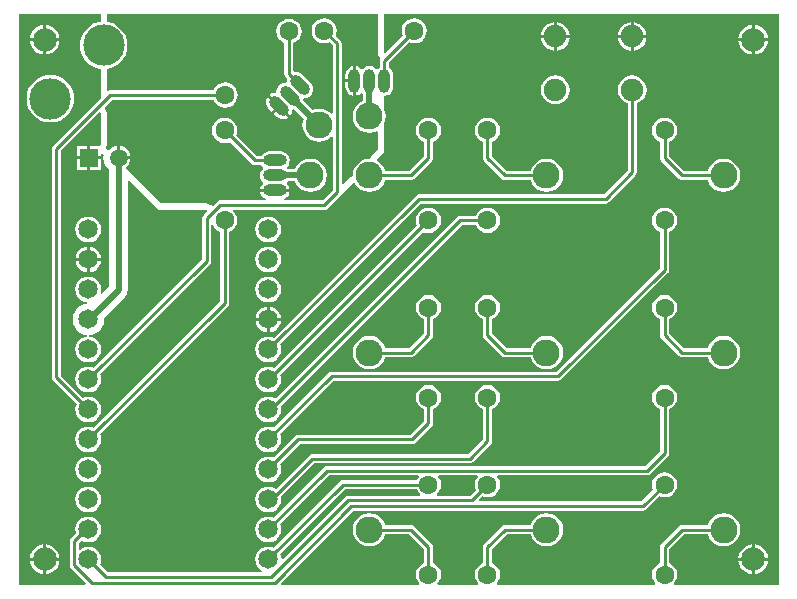
<source format=gtl>
G04 Layer_Physical_Order=1*
G04 Layer_Color=25308*
%FSLAX42Y42*%
%MOMM*%
G71*
G01*
G75*
%ADD10C,0.25*%
%ADD11C,0.51*%
%ADD12C,1.65*%
%ADD13C,3.50*%
%ADD14C,2.00*%
%ADD15C,1.60*%
%ADD16C,1.91*%
%ADD17C,2.29*%
%ADD18R,1.52X1.52*%
%ADD19C,1.52*%
%ADD20O,2.00X1.00*%
%ADD21O,2.00X1.00*%
G04:AMPARAMS|DCode=22|XSize=2mm|YSize=1mm|CornerRadius=0mm|HoleSize=0mm|Usage=FLASHONLY|Rotation=315.000|XOffset=0mm|YOffset=0mm|HoleType=Round|Shape=Round|*
%AMOVALD22*
21,1,1.00,1.00,0.00,0.00,315.0*
1,1,1.00,-0.35,0.35*
1,1,1.00,0.35,-0.35*
%
%ADD22OVALD22*%

G04:AMPARAMS|DCode=23|XSize=2mm|YSize=1mm|CornerRadius=0mm|HoleSize=0mm|Usage=FLASHONLY|Rotation=315.000|XOffset=0mm|YOffset=0mm|HoleType=Round|Shape=Round|*
%AMOVALD23*
21,1,1.00,1.00,0.00,0.00,315.0*
1,1,1.00,-0.35,0.35*
1,1,1.00,0.35,-0.35*
%
%ADD23OVALD23*%

%ADD24O,1.00X2.00*%
%ADD25O,1.00X2.00*%
G36*
X7966Y2534D02*
X7081D01*
X7077Y2546D01*
X7092Y2566D01*
X7103Y2591D01*
X7106Y2619D01*
X7103Y2647D01*
X7092Y2672D01*
X7075Y2694D01*
X7053Y2711D01*
X7039Y2717D01*
Y2834D01*
X7166Y2961D01*
X7365D01*
X7378Y2930D01*
X7400Y2900D01*
X7430Y2878D01*
X7464Y2864D01*
X7500Y2859D01*
X7536Y2864D01*
X7570Y2878D01*
X7600Y2900D01*
X7622Y2930D01*
X7636Y2964D01*
X7641Y3000D01*
X7636Y3036D01*
X7622Y3070D01*
X7600Y3100D01*
X7570Y3122D01*
X7536Y3136D01*
X7500Y3141D01*
X7464Y3136D01*
X7430Y3122D01*
X7400Y3100D01*
X7378Y3070D01*
X7365Y3039D01*
X7150D01*
X7135Y3036D01*
X7123Y3027D01*
X6973Y2877D01*
X6964Y2865D01*
X6961Y2850D01*
Y2717D01*
X6947Y2711D01*
X6925Y2694D01*
X6908Y2672D01*
X6897Y2647D01*
X6894Y2619D01*
X6897Y2591D01*
X6908Y2566D01*
X6923Y2546D01*
X6919Y2534D01*
X5581D01*
X5577Y2546D01*
X5592Y2566D01*
X5603Y2591D01*
X5606Y2619D01*
X5603Y2647D01*
X5592Y2672D01*
X5575Y2694D01*
X5553Y2711D01*
X5539Y2717D01*
Y2834D01*
X5666Y2961D01*
X5865D01*
X5878Y2930D01*
X5900Y2900D01*
X5930Y2878D01*
X5964Y2864D01*
X6000Y2859D01*
X6036Y2864D01*
X6070Y2878D01*
X6100Y2900D01*
X6122Y2930D01*
X6136Y2964D01*
X6141Y3000D01*
X6136Y3036D01*
X6122Y3070D01*
X6100Y3100D01*
X6070Y3122D01*
X6036Y3136D01*
X6000Y3141D01*
X5964Y3136D01*
X5930Y3122D01*
X5900Y3100D01*
X5878Y3070D01*
X5865Y3039D01*
X5650D01*
X5635Y3036D01*
X5623Y3027D01*
X5473Y2877D01*
X5464Y2865D01*
X5461Y2850D01*
Y2717D01*
X5447Y2711D01*
X5425Y2694D01*
X5408Y2672D01*
X5397Y2647D01*
X5394Y2619D01*
X5397Y2591D01*
X5408Y2566D01*
X5423Y2546D01*
X5419Y2534D01*
X5081D01*
X5077Y2546D01*
X5092Y2566D01*
X5103Y2591D01*
X5106Y2619D01*
X5103Y2647D01*
X5092Y2672D01*
X5075Y2694D01*
X5053Y2711D01*
X5039Y2717D01*
Y2850D01*
X5036Y2865D01*
X5027Y2877D01*
X4877Y3027D01*
X4865Y3036D01*
X4850Y3039D01*
X4635D01*
X4622Y3070D01*
X4600Y3100D01*
X4570Y3122D01*
X4536Y3136D01*
X4500Y3141D01*
X4464Y3136D01*
X4430Y3122D01*
X4400Y3100D01*
X4378Y3070D01*
X4364Y3036D01*
X4359Y3000D01*
X4364Y2964D01*
X4378Y2930D01*
X4400Y2900D01*
X4430Y2878D01*
X4464Y2864D01*
X4500Y2859D01*
X4536Y2864D01*
X4570Y2878D01*
X4600Y2900D01*
X4622Y2930D01*
X4635Y2961D01*
X4834D01*
X4961Y2834D01*
Y2717D01*
X4947Y2711D01*
X4925Y2694D01*
X4908Y2672D01*
X4897Y2647D01*
X4894Y2619D01*
X4897Y2591D01*
X4908Y2566D01*
X4923Y2546D01*
X4919Y2534D01*
X3755D01*
X3750Y2545D01*
X4365Y3160D01*
X5390D01*
X5394Y3161D01*
X6819D01*
X6834Y3164D01*
X6846Y3173D01*
X6958Y3284D01*
X6972Y3278D01*
X7000Y3275D01*
X7028Y3278D01*
X7053Y3289D01*
X7075Y3306D01*
X7092Y3328D01*
X7103Y3353D01*
X7106Y3381D01*
X7103Y3409D01*
X7092Y3434D01*
X7075Y3456D01*
X7053Y3473D01*
X7028Y3484D01*
X7000Y3487D01*
X6972Y3484D01*
X6947Y3473D01*
X6925Y3456D01*
X6908Y3434D01*
X6897Y3409D01*
X6894Y3381D01*
X6897Y3353D01*
X6903Y3339D01*
X6803Y3239D01*
X5429D01*
X5425Y3251D01*
X5458Y3284D01*
X5472Y3278D01*
X5500Y3275D01*
X5528Y3278D01*
X5553Y3289D01*
X5575Y3306D01*
X5592Y3328D01*
X5603Y3353D01*
X5606Y3381D01*
X5603Y3409D01*
X5592Y3434D01*
X5581Y3448D01*
X5587Y3461D01*
X6850D01*
X6865Y3464D01*
X6877Y3473D01*
X7027Y3623D01*
X7036Y3635D01*
X7039Y3650D01*
Y4021D01*
X7053Y4027D01*
X7075Y4044D01*
X7092Y4066D01*
X7103Y4091D01*
X7106Y4119D01*
X7103Y4147D01*
X7092Y4172D01*
X7075Y4194D01*
X7053Y4211D01*
X7028Y4222D01*
X7000Y4225D01*
X6972Y4222D01*
X6947Y4211D01*
X6925Y4194D01*
X6908Y4172D01*
X6897Y4147D01*
X6894Y4119D01*
X6897Y4091D01*
X6908Y4066D01*
X6925Y4044D01*
X6947Y4027D01*
X6961Y4021D01*
Y3666D01*
X6834Y3539D01*
X4143D01*
X4128Y3536D01*
X4116Y3527D01*
X3689Y3101D01*
X3673Y3107D01*
X3645Y3111D01*
X3617Y3107D01*
X3591Y3096D01*
X3568Y3079D01*
X3551Y3056D01*
X3540Y3030D01*
X3536Y3002D01*
X3540Y2974D01*
X3551Y2948D01*
X3568Y2925D01*
X3591Y2908D01*
X3617Y2897D01*
X3645Y2893D01*
X3673Y2897D01*
X3700Y2908D01*
X3722Y2925D01*
X3739Y2948D01*
X3750Y2974D01*
X3754Y3002D01*
X3750Y3030D01*
X3744Y3046D01*
X4159Y3461D01*
X4913D01*
X4919Y3448D01*
X4908Y3434D01*
X4902Y3420D01*
X4278D01*
X4263Y3417D01*
X4251Y3408D01*
X3689Y2847D01*
X3673Y2853D01*
X3645Y2857D01*
X3617Y2853D01*
X3591Y2842D01*
X3568Y2825D01*
X3551Y2802D01*
X3540Y2776D01*
X3536Y2748D01*
X3540Y2720D01*
X3551Y2694D01*
X3568Y2671D01*
X3591Y2654D01*
X3594Y2652D01*
X3591Y2640D01*
X2284D01*
X2220Y2704D01*
X2226Y2720D01*
X2230Y2748D01*
X2226Y2776D01*
X2215Y2802D01*
X2198Y2825D01*
X2176Y2842D01*
X2149Y2853D01*
X2121Y2857D01*
X2093Y2853D01*
X2067Y2842D01*
X2052Y2831D01*
X2039Y2837D01*
Y2884D01*
X2064Y2909D01*
X2067Y2908D01*
X2093Y2897D01*
X2121Y2893D01*
X2149Y2897D01*
X2176Y2908D01*
X2198Y2925D01*
X2215Y2948D01*
X2226Y2974D01*
X2230Y3002D01*
X2226Y3030D01*
X2215Y3056D01*
X2198Y3079D01*
X2176Y3096D01*
X2149Y3107D01*
X2121Y3111D01*
X2093Y3107D01*
X2067Y3096D01*
X2044Y3079D01*
X2027Y3056D01*
X2016Y3030D01*
X2012Y3002D01*
X2016Y2974D01*
X2017Y2972D01*
X1973Y2928D01*
X1965Y2915D01*
X1962Y2900D01*
Y2698D01*
X1965Y2683D01*
X1973Y2671D01*
X2098Y2545D01*
X2093Y2534D01*
X1534D01*
Y7366D01*
X2225D01*
Y7299D01*
X2211Y7298D01*
X2173Y7286D01*
X2138Y7267D01*
X2108Y7242D01*
X2083Y7212D01*
X2064Y7177D01*
X2052Y7139D01*
X2049Y7100D01*
X2052Y7061D01*
X2064Y7023D01*
X2083Y6988D01*
X2108Y6958D01*
X2138Y6933D01*
X2173Y6914D01*
X2211Y6903D01*
X2225Y6901D01*
X2225Y6655D01*
X1823Y6252D01*
X1814Y6240D01*
X1811Y6225D01*
Y4289D01*
X1814Y4274D01*
X1823Y4262D01*
X2022Y4062D01*
X2016Y4046D01*
X2012Y4018D01*
X2016Y3990D01*
X2027Y3964D01*
X2044Y3941D01*
X2067Y3924D01*
X2093Y3913D01*
X2121Y3909D01*
X2149Y3913D01*
X2176Y3924D01*
X2198Y3941D01*
X2215Y3964D01*
X2226Y3990D01*
X2230Y4018D01*
X2226Y4046D01*
X2215Y4072D01*
X2198Y4095D01*
X2176Y4112D01*
X2149Y4123D01*
X2121Y4127D01*
X2093Y4123D01*
X2077Y4117D01*
X1889Y4305D01*
Y6209D01*
X2213Y6533D01*
X2225Y6528D01*
Y6264D01*
X2212Y6252D01*
X2136D01*
Y6163D01*
X2225D01*
Y6182D01*
X2237Y6188D01*
X2252Y6173D01*
X2249Y6150D01*
X2253Y6117D01*
X2266Y6086D01*
X2286Y6059D01*
X2300Y6049D01*
Y5059D01*
X2235Y4994D01*
X2224Y5001D01*
X2226Y5006D01*
X2230Y5034D01*
X2226Y5062D01*
X2215Y5088D01*
X2198Y5111D01*
X2176Y5128D01*
X2149Y5139D01*
X2121Y5143D01*
X2093Y5139D01*
X2067Y5128D01*
X2044Y5111D01*
X2027Y5088D01*
X2016Y5062D01*
X2012Y5034D01*
X2016Y5006D01*
X2027Y4980D01*
X2044Y4957D01*
X2067Y4940D01*
X2093Y4929D01*
X2113Y4926D01*
Y4913D01*
X2086Y4910D01*
X2054Y4896D01*
X2026Y4875D01*
X2005Y4847D01*
X1991Y4815D01*
X1987Y4780D01*
X1991Y4745D01*
X2005Y4713D01*
X2026Y4685D01*
X2054Y4664D01*
X2086Y4650D01*
X2113Y4647D01*
Y4634D01*
X2093Y4631D01*
X2067Y4620D01*
X2044Y4603D01*
X2027Y4580D01*
X2016Y4554D01*
X2012Y4526D01*
X2016Y4498D01*
X2027Y4472D01*
X2044Y4449D01*
X2067Y4432D01*
X2093Y4421D01*
X2121Y4417D01*
X2149Y4421D01*
X2176Y4432D01*
X2198Y4449D01*
X2215Y4472D01*
X2226Y4498D01*
X2230Y4526D01*
X2226Y4554D01*
X2215Y4580D01*
X2198Y4603D01*
X2176Y4620D01*
X2149Y4631D01*
X2129Y4634D01*
Y4647D01*
X2156Y4650D01*
X2188Y4664D01*
X2216Y4685D01*
X2238Y4713D01*
X2251Y4745D01*
X2256Y4780D01*
X2254Y4795D01*
X2431Y4973D01*
X2444Y4989D01*
X2446Y4994D01*
X2451Y5007D01*
X2454Y5027D01*
Y5955D01*
X2466Y5959D01*
X2715Y5710D01*
X3123D01*
X3128Y5698D01*
X3097Y5667D01*
X3089Y5654D01*
X3086Y5640D01*
Y5292D01*
X2165Y4371D01*
X2149Y4377D01*
X2121Y4381D01*
X2093Y4377D01*
X2067Y4366D01*
X2044Y4349D01*
X2027Y4326D01*
X2016Y4300D01*
X2012Y4272D01*
X2016Y4244D01*
X2027Y4218D01*
X2044Y4195D01*
X2067Y4178D01*
X2093Y4167D01*
X2121Y4163D01*
X2149Y4167D01*
X2176Y4178D01*
X2198Y4195D01*
X2215Y4218D01*
X2226Y4244D01*
X2230Y4272D01*
X2226Y4300D01*
X2220Y4316D01*
X3152Y5248D01*
X3160Y5261D01*
X3163Y5275D01*
Y5580D01*
X3176Y5582D01*
X3183Y5566D01*
X3200Y5544D01*
X3222Y5527D01*
X3236Y5521D01*
Y4934D01*
X2165Y3863D01*
X2149Y3869D01*
X2121Y3873D01*
X2093Y3869D01*
X2067Y3858D01*
X2044Y3841D01*
X2027Y3818D01*
X2016Y3792D01*
X2012Y3764D01*
X2016Y3736D01*
X2027Y3710D01*
X2044Y3687D01*
X2067Y3670D01*
X2093Y3659D01*
X2121Y3655D01*
X2149Y3659D01*
X2176Y3670D01*
X2198Y3687D01*
X2215Y3710D01*
X2226Y3736D01*
X2230Y3764D01*
X2226Y3792D01*
X2220Y3808D01*
X3302Y4890D01*
X3311Y4903D01*
X3314Y4918D01*
Y5521D01*
X3328Y5527D01*
X3350Y5544D01*
X3367Y5566D01*
X3378Y5591D01*
X3381Y5619D01*
X3378Y5647D01*
X3367Y5672D01*
X3350Y5694D01*
X3345Y5698D01*
X3349Y5710D01*
X4135D01*
X4363Y5938D01*
X4375Y5936D01*
X4378Y5930D01*
X4400Y5900D01*
X4430Y5878D01*
X4464Y5864D01*
X4500Y5859D01*
X4536Y5864D01*
X4570Y5878D01*
X4600Y5900D01*
X4622Y5930D01*
X4635Y5961D01*
X4850D01*
X4865Y5964D01*
X4877Y5973D01*
X5027Y6123D01*
X5036Y6135D01*
X5039Y6150D01*
Y6283D01*
X5053Y6289D01*
X5075Y6306D01*
X5092Y6328D01*
X5103Y6353D01*
X5106Y6381D01*
X5103Y6409D01*
X5092Y6434D01*
X5075Y6456D01*
X5053Y6473D01*
X5028Y6484D01*
X5000Y6487D01*
X4972Y6484D01*
X4947Y6473D01*
X4925Y6456D01*
X4908Y6434D01*
X4897Y6409D01*
X4894Y6381D01*
X4897Y6353D01*
X4908Y6328D01*
X4925Y6306D01*
X4947Y6289D01*
X4961Y6283D01*
Y6166D01*
X4834Y6039D01*
X4635D01*
X4622Y6070D01*
X4600Y6100D01*
X4570Y6122D01*
X4564Y6125D01*
X4562Y6137D01*
X4625Y6200D01*
Y6437D01*
X4636Y6464D01*
X4641Y6500D01*
X4636Y6536D01*
X4625Y6563D01*
Y6672D01*
X4627Y6674D01*
X4647Y6677D01*
X4665Y6684D01*
X4681Y6696D01*
X4693Y6712D01*
X4700Y6730D01*
X4703Y6750D01*
Y6850D01*
X4700Y6870D01*
X4693Y6888D01*
X4681Y6904D01*
X4666Y6915D01*
Y6955D01*
X4839Y7128D01*
X4853Y7122D01*
X4881Y7119D01*
X4909Y7122D01*
X4934Y7133D01*
X4956Y7150D01*
X4973Y7172D01*
X4984Y7197D01*
X4987Y7225D01*
X4984Y7253D01*
X4973Y7278D01*
X4956Y7300D01*
X4934Y7317D01*
X4909Y7328D01*
X4881Y7331D01*
X4853Y7328D01*
X4828Y7317D01*
X4806Y7300D01*
X4789Y7278D01*
X4778Y7253D01*
X4775Y7225D01*
X4778Y7197D01*
X4784Y7183D01*
X4637Y7036D01*
X4625Y7041D01*
Y7366D01*
X7966D01*
Y2534D01*
D02*
G37*
G36*
X4908Y3328D02*
X4925Y3306D01*
X4930Y3302D01*
X4926Y3289D01*
X4318D01*
X4303Y3286D01*
X4290Y3277D01*
X3766Y2753D01*
X3753Y2758D01*
X3750Y2776D01*
X3744Y2792D01*
X4294Y3342D01*
X4902D01*
X4908Y3328D01*
D02*
G37*
G36*
X4573Y7041D02*
Y7041D01*
X4577Y7021D01*
X4585Y7009D01*
X4588Y7004D01*
X4593Y6988D01*
X4591Y6986D01*
X4588Y6971D01*
Y6915D01*
X4573Y6904D01*
X4570Y6899D01*
X4557D01*
X4554Y6904D01*
X4538Y6916D01*
X4520Y6923D01*
X4500Y6926D01*
X4480Y6923D01*
X4462Y6916D01*
X4446Y6904D01*
X4443Y6899D01*
X4430D01*
X4427Y6904D01*
X4411Y6916D01*
X4393Y6923D01*
X4386Y6924D01*
Y6800D01*
Y6676D01*
X4393Y6677D01*
X4411Y6684D01*
X4427Y6696D01*
X4427Y6696D01*
X4441Y6697D01*
X4448Y6690D01*
Y6630D01*
X4430Y6622D01*
X4400Y6600D01*
X4378Y6570D01*
X4364Y6536D01*
X4359Y6500D01*
X4364Y6464D01*
X4378Y6430D01*
X4400Y6400D01*
X4430Y6378D01*
X4464Y6364D01*
X4500Y6359D01*
X4536Y6364D01*
X4561Y6374D01*
X4573Y6365D01*
Y6221D01*
X4525Y6174D01*
X4523Y6169D01*
X4519Y6166D01*
X4517Y6161D01*
X4514Y6157D01*
X4513Y6152D01*
X4511Y6147D01*
X4500Y6141D01*
X4464Y6136D01*
X4430Y6122D01*
X4400Y6100D01*
X4378Y6070D01*
X4364Y6036D01*
X4359Y6000D01*
X4353Y5989D01*
X4348Y5987D01*
X4343Y5986D01*
X4339Y5983D01*
X4334Y5981D01*
X4331Y5977D01*
X4326Y5975D01*
X4278Y5926D01*
X4266Y5931D01*
Y7117D01*
X4263Y7131D01*
X4255Y7144D01*
X4216Y7183D01*
X4222Y7197D01*
X4225Y7225D01*
X4222Y7253D01*
X4211Y7278D01*
X4194Y7300D01*
X4172Y7317D01*
X4147Y7328D01*
X4119Y7331D01*
X4091Y7328D01*
X4066Y7317D01*
X4044Y7300D01*
X4027Y7278D01*
X4016Y7253D01*
X4013Y7225D01*
X4016Y7197D01*
X4027Y7172D01*
X4044Y7150D01*
X4066Y7133D01*
X4091Y7122D01*
X4119Y7119D01*
X4147Y7122D01*
X4161Y7128D01*
X4189Y7101D01*
Y6526D01*
X4177Y6522D01*
X4175Y6525D01*
X4145Y6547D01*
X4111Y6561D01*
X4075Y6566D01*
X4039Y6561D01*
X4020Y6553D01*
X3936Y6637D01*
X3936Y6640D01*
X3936Y6645D01*
X3945Y6654D01*
X3950Y6653D01*
X3970Y6656D01*
X3988Y6664D01*
X4004Y6676D01*
X4016Y6691D01*
X4024Y6710D01*
X4026Y6729D01*
X4024Y6749D01*
X4016Y6767D01*
X4004Y6783D01*
X3933Y6854D01*
X3917Y6866D01*
X3899Y6874D01*
X3879Y6876D01*
X3870Y6875D01*
X3858Y6886D01*
Y7121D01*
X3873Y7127D01*
X3895Y7144D01*
X3911Y7166D01*
X3922Y7192D01*
X3926Y7219D01*
X3922Y7247D01*
X3911Y7273D01*
X3895Y7295D01*
X3873Y7311D01*
X3847Y7322D01*
X3819Y7326D01*
X3792Y7322D01*
X3766Y7311D01*
X3744Y7295D01*
X3727Y7273D01*
X3717Y7247D01*
X3713Y7219D01*
X3717Y7192D01*
X3727Y7166D01*
X3744Y7144D01*
X3766Y7127D01*
X3781Y7121D01*
Y6860D01*
X3784Y6845D01*
X3792Y6833D01*
X3806Y6819D01*
X3803Y6800D01*
X3804Y6795D01*
X3795Y6786D01*
X3790Y6786D01*
X3770Y6784D01*
X3752Y6776D01*
X3736Y6764D01*
X3724Y6748D01*
X3716Y6730D01*
X3714Y6710D01*
X3714Y6705D01*
X3705Y6696D01*
X3700Y6697D01*
X3680Y6694D01*
X3662Y6686D01*
X3656Y6682D01*
X3744Y6594D01*
X3832Y6506D01*
X3836Y6512D01*
X3844Y6530D01*
X3847Y6550D01*
X3846Y6555D01*
X3855Y6564D01*
X3860Y6564D01*
X3863Y6564D01*
X3947Y6480D01*
X3939Y6461D01*
X3934Y6425D01*
X3939Y6389D01*
X3953Y6355D01*
X3975Y6325D01*
X4005Y6303D01*
X4039Y6289D01*
X4075Y6284D01*
X4111Y6289D01*
X4145Y6303D01*
X4175Y6325D01*
X4177Y6328D01*
X4189Y6324D01*
Y5873D01*
X4104Y5789D01*
X3777D01*
X3775Y5802D01*
X3788Y5807D01*
X3804Y5819D01*
X3816Y5835D01*
X3823Y5853D01*
X3824Y5860D01*
X3576D01*
X3577Y5853D01*
X3584Y5835D01*
X3596Y5819D01*
X3612Y5807D01*
X3625Y5802D01*
X3623Y5789D01*
X3235D01*
X3220Y5786D01*
X3208Y5777D01*
X3174Y5744D01*
X3162Y5745D01*
X3160Y5747D01*
X3153Y5751D01*
X3143Y5758D01*
X3143D01*
X3143Y5758D01*
X3135Y5759D01*
X3123Y5762D01*
X2738D01*
X2441Y6059D01*
X2442Y6072D01*
X2449Y6078D01*
X2466Y6099D01*
X2476Y6123D01*
X2478Y6137D01*
X2377D01*
Y6150D01*
X2364D01*
Y6251D01*
X2350Y6249D01*
X2326Y6239D01*
X2305Y6222D01*
X2299Y6215D01*
X2286Y6214D01*
X2266Y6234D01*
X2267Y6236D01*
X2273Y6244D01*
X2273Y6244D01*
X2273Y6244D01*
X2275Y6254D01*
X2277Y6264D01*
X2277Y6264D01*
X2277Y6264D01*
Y6528D01*
Y6528D01*
Y6528D01*
X2275Y6536D01*
X2273Y6548D01*
X2273Y6548D01*
Y6548D01*
X2269Y6554D01*
X2262Y6565D01*
X2262Y6565D01*
X2260Y6580D01*
X2322Y6642D01*
X3183D01*
X3189Y6627D01*
X3205Y6605D01*
X3227Y6589D01*
X3253Y6578D01*
X3281Y6574D01*
X3308Y6578D01*
X3334Y6589D01*
X3356Y6605D01*
X3373Y6627D01*
X3383Y6653D01*
X3387Y6681D01*
X3383Y6708D01*
X3373Y6734D01*
X3356Y6756D01*
X3334Y6773D01*
X3308Y6783D01*
X3281Y6787D01*
X3253Y6783D01*
X3227Y6773D01*
X3205Y6756D01*
X3189Y6734D01*
X3183Y6719D01*
X2306D01*
X2291Y6716D01*
X2289Y6716D01*
X2277Y6722D01*
X2277Y6901D01*
X2277Y6901D01*
X2289Y6903D01*
X2327Y6914D01*
X2362Y6933D01*
X2392Y6958D01*
X2417Y6988D01*
X2436Y7023D01*
X2448Y7061D01*
X2451Y7100D01*
X2448Y7139D01*
X2436Y7177D01*
X2417Y7212D01*
X2392Y7242D01*
X2362Y7267D01*
X2327Y7286D01*
X2289Y7298D01*
X2277Y7299D01*
X2277Y7299D01*
Y7366D01*
X4573D01*
Y7041D01*
D02*
G37*
G36*
X5419Y3448D02*
X5408Y3434D01*
X5397Y3409D01*
X5394Y3381D01*
X5397Y3353D01*
X5403Y3339D01*
X5353Y3289D01*
X5074D01*
X5070Y3302D01*
X5075Y3306D01*
X5092Y3328D01*
X5103Y3353D01*
X5106Y3381D01*
X5103Y3409D01*
X5092Y3434D01*
X5081Y3448D01*
X5087Y3461D01*
X5413D01*
X5419Y3448D01*
D02*
G37*
%LPC*%
G36*
X3752Y4767D02*
X3658D01*
Y4673D01*
X3673Y4675D01*
X3700Y4686D01*
X3722Y4703D01*
X3739Y4726D01*
X3750Y4752D01*
X3752Y4767D01*
D02*
G37*
G36*
X3632Y4887D02*
X3617Y4885D01*
X3591Y4874D01*
X3568Y4857D01*
X3551Y4834D01*
X3540Y4808D01*
X3538Y4793D01*
X3632D01*
Y4887D01*
D02*
G37*
G36*
X2121Y5651D02*
X2093Y5647D01*
X2067Y5636D01*
X2044Y5619D01*
X2027Y5596D01*
X2016Y5570D01*
X2012Y5542D01*
X2016Y5514D01*
X2027Y5488D01*
X2044Y5465D01*
X2067Y5448D01*
X2093Y5437D01*
X2121Y5433D01*
X2149Y5437D01*
X2176Y5448D01*
X2198Y5465D01*
X2215Y5488D01*
X2226Y5514D01*
X2230Y5542D01*
X2226Y5570D01*
X2215Y5596D01*
X2198Y5619D01*
X2176Y5636D01*
X2149Y5647D01*
X2121Y5651D01*
D02*
G37*
G36*
X3632Y4767D02*
X3538D01*
X3540Y4752D01*
X3551Y4726D01*
X3568Y4703D01*
X3591Y4686D01*
X3617Y4675D01*
X3632Y4673D01*
Y4767D01*
D02*
G37*
G36*
X3645Y5651D02*
X3617Y5647D01*
X3591Y5636D01*
X3568Y5619D01*
X3551Y5596D01*
X3540Y5570D01*
X3536Y5542D01*
X3540Y5514D01*
X3551Y5488D01*
X3568Y5465D01*
X3591Y5448D01*
X3617Y5437D01*
X3645Y5433D01*
X3673Y5437D01*
X3700Y5448D01*
X3722Y5465D01*
X3739Y5488D01*
X3750Y5514D01*
X3754Y5542D01*
X3750Y5570D01*
X3739Y5596D01*
X3722Y5619D01*
X3700Y5636D01*
X3673Y5647D01*
X3645Y5651D01*
D02*
G37*
G36*
X5000Y4987D02*
X4972Y4984D01*
X4947Y4973D01*
X4925Y4956D01*
X4908Y4934D01*
X4897Y4909D01*
X4894Y4881D01*
X4897Y4853D01*
X4908Y4828D01*
X4925Y4806D01*
X4947Y4789D01*
X4961Y4783D01*
Y4666D01*
X4834Y4539D01*
X4635D01*
X4622Y4570D01*
X4600Y4600D01*
X4570Y4622D01*
X4536Y4636D01*
X4500Y4641D01*
X4464Y4636D01*
X4430Y4622D01*
X4400Y4600D01*
X4378Y4570D01*
X4364Y4536D01*
X4359Y4500D01*
X4364Y4464D01*
X4378Y4430D01*
X4400Y4400D01*
X4430Y4378D01*
X4464Y4364D01*
X4500Y4359D01*
X4536Y4364D01*
X4570Y4378D01*
X4600Y4400D01*
X4622Y4430D01*
X4635Y4461D01*
X4850D01*
X4865Y4464D01*
X4877Y4473D01*
X5027Y4623D01*
X5036Y4635D01*
X5039Y4650D01*
Y4783D01*
X5053Y4789D01*
X5075Y4806D01*
X5092Y4828D01*
X5103Y4853D01*
X5106Y4881D01*
X5103Y4909D01*
X5092Y4934D01*
X5075Y4956D01*
X5053Y4973D01*
X5028Y4984D01*
X5000Y4987D01*
D02*
G37*
G36*
X6725Y6846D02*
X6694Y6841D01*
X6664Y6829D01*
X6639Y6810D01*
X6620Y6785D01*
X6608Y6755D01*
X6603Y6724D01*
X6608Y6692D01*
X6620Y6663D01*
X6639Y6638D01*
X6664Y6619D01*
X6686Y6609D01*
Y6041D01*
X6484Y5839D01*
X4919D01*
X4904Y5836D01*
X4892Y5827D01*
X3689Y4625D01*
X3673Y4631D01*
X3645Y4635D01*
X3617Y4631D01*
X3591Y4620D01*
X3568Y4603D01*
X3551Y4580D01*
X3540Y4554D01*
X3536Y4526D01*
X3540Y4498D01*
X3551Y4472D01*
X3568Y4449D01*
X3591Y4432D01*
X3617Y4421D01*
X3645Y4417D01*
X3673Y4421D01*
X3700Y4432D01*
X3722Y4449D01*
X3739Y4472D01*
X3750Y4498D01*
X3754Y4526D01*
X3750Y4554D01*
X3744Y4570D01*
X4935Y5761D01*
X6500D01*
X6515Y5764D01*
X6527Y5773D01*
X6753Y5998D01*
X6761Y6010D01*
X6764Y6025D01*
Y6609D01*
X6786Y6619D01*
X6811Y6638D01*
X6831Y6663D01*
X6843Y6692D01*
X6847Y6724D01*
X6843Y6755D01*
X6831Y6785D01*
X6811Y6810D01*
X6786Y6829D01*
X6757Y6841D01*
X6725Y6846D01*
D02*
G37*
G36*
X2108Y5275D02*
X2014D01*
X2016Y5260D01*
X2027Y5234D01*
X2044Y5211D01*
X2067Y5194D01*
X2093Y5183D01*
X2108Y5181D01*
Y5275D01*
D02*
G37*
G36*
X2228D02*
X2134D01*
Y5181D01*
X2149Y5183D01*
X2176Y5194D01*
X2198Y5211D01*
X2215Y5234D01*
X2226Y5260D01*
X2228Y5275D01*
D02*
G37*
G36*
X2108Y5395D02*
X2093Y5393D01*
X2067Y5382D01*
X2044Y5365D01*
X2027Y5342D01*
X2016Y5316D01*
X2014Y5301D01*
X2108D01*
Y5395D01*
D02*
G37*
G36*
X3645Y5397D02*
X3617Y5393D01*
X3591Y5382D01*
X3568Y5365D01*
X3551Y5342D01*
X3540Y5316D01*
X3536Y5288D01*
X3540Y5260D01*
X3551Y5234D01*
X3568Y5211D01*
X3591Y5194D01*
X3617Y5183D01*
X3645Y5179D01*
X3673Y5183D01*
X3700Y5194D01*
X3722Y5211D01*
X3739Y5234D01*
X3750Y5260D01*
X3754Y5288D01*
X3750Y5316D01*
X3739Y5342D01*
X3722Y5365D01*
X3700Y5382D01*
X3673Y5393D01*
X3645Y5397D01*
D02*
G37*
G36*
X3658Y4887D02*
Y4793D01*
X3752D01*
X3750Y4808D01*
X3739Y4834D01*
X3722Y4857D01*
X3700Y4874D01*
X3673Y4885D01*
X3658Y4887D01*
D02*
G37*
G36*
X3645Y5143D02*
X3617Y5139D01*
X3591Y5128D01*
X3568Y5111D01*
X3551Y5088D01*
X3540Y5062D01*
X3536Y5034D01*
X3540Y5006D01*
X3551Y4980D01*
X3568Y4957D01*
X3591Y4940D01*
X3617Y4929D01*
X3645Y4925D01*
X3673Y4929D01*
X3700Y4940D01*
X3722Y4957D01*
X3739Y4980D01*
X3750Y5006D01*
X3754Y5034D01*
X3750Y5062D01*
X3739Y5088D01*
X3722Y5111D01*
X3700Y5128D01*
X3673Y5139D01*
X3645Y5143D01*
D02*
G37*
G36*
X2134Y5395D02*
Y5301D01*
X2228D01*
X2226Y5316D01*
X2215Y5342D01*
X2198Y5365D01*
X2176Y5382D01*
X2149Y5393D01*
X2134Y5395D01*
D02*
G37*
G36*
X7000Y4987D02*
X6972Y4984D01*
X6947Y4973D01*
X6925Y4956D01*
X6908Y4934D01*
X6897Y4909D01*
X6894Y4881D01*
X6897Y4853D01*
X6908Y4828D01*
X6925Y4806D01*
X6947Y4789D01*
X6961Y4783D01*
Y4650D01*
X6964Y4635D01*
X6973Y4623D01*
X7123Y4473D01*
X7135Y4464D01*
X7150Y4461D01*
X7365D01*
X7378Y4430D01*
X7400Y4400D01*
X7430Y4378D01*
X7464Y4364D01*
X7500Y4359D01*
X7536Y4364D01*
X7570Y4378D01*
X7600Y4400D01*
X7622Y4430D01*
X7636Y4464D01*
X7641Y4500D01*
X7636Y4536D01*
X7622Y4570D01*
X7600Y4600D01*
X7570Y4622D01*
X7536Y4636D01*
X7500Y4641D01*
X7464Y4636D01*
X7430Y4622D01*
X7400Y4600D01*
X7378Y4570D01*
X7365Y4539D01*
X7166D01*
X7039Y4666D01*
Y4783D01*
X7053Y4789D01*
X7075Y4806D01*
X7092Y4828D01*
X7103Y4853D01*
X7106Y4881D01*
X7103Y4909D01*
X7092Y4934D01*
X7075Y4956D01*
X7053Y4973D01*
X7028Y4984D01*
X7000Y4987D01*
D02*
G37*
G36*
X1737Y2875D02*
X1717Y2872D01*
X1687Y2860D01*
X1661Y2839D01*
X1640Y2813D01*
X1628Y2783D01*
X1625Y2763D01*
X1737D01*
Y2875D01*
D02*
G37*
G36*
X1763D02*
Y2763D01*
X1875D01*
X1872Y2783D01*
X1860Y2813D01*
X1839Y2839D01*
X1813Y2860D01*
X1783Y2872D01*
X1763Y2875D01*
D02*
G37*
G36*
X7737D02*
X7717Y2872D01*
X7687Y2860D01*
X7661Y2839D01*
X7640Y2813D01*
X7628Y2783D01*
X7625Y2763D01*
X7737D01*
Y2875D01*
D02*
G37*
G36*
X7875Y2737D02*
X7763D01*
Y2625D01*
X7783Y2628D01*
X7813Y2640D01*
X7839Y2661D01*
X7860Y2687D01*
X7872Y2717D01*
X7875Y2737D01*
D02*
G37*
G36*
X1737D02*
X1625D01*
X1628Y2717D01*
X1640Y2687D01*
X1661Y2661D01*
X1687Y2640D01*
X1717Y2628D01*
X1737Y2625D01*
Y2737D01*
D02*
G37*
G36*
X1875D02*
X1763D01*
Y2625D01*
X1783Y2628D01*
X1813Y2640D01*
X1839Y2661D01*
X1860Y2687D01*
X1872Y2717D01*
X1875Y2737D01*
D02*
G37*
G36*
X7737D02*
X7625D01*
X7628Y2717D01*
X7640Y2687D01*
X7661Y2661D01*
X7687Y2640D01*
X7717Y2628D01*
X7737Y2625D01*
Y2737D01*
D02*
G37*
G36*
X5000Y4225D02*
X4972Y4222D01*
X4947Y4211D01*
X4925Y4194D01*
X4908Y4172D01*
X4897Y4147D01*
X4894Y4119D01*
X4897Y4091D01*
X4908Y4066D01*
X4925Y4044D01*
X4947Y4027D01*
X4961Y4021D01*
Y3916D01*
X4848Y3803D01*
X3900D01*
X3885Y3800D01*
X3873Y3791D01*
X3690Y3608D01*
X3673Y3615D01*
X3645Y3619D01*
X3617Y3615D01*
X3591Y3604D01*
X3568Y3587D01*
X3551Y3564D01*
X3540Y3538D01*
X3536Y3510D01*
X3540Y3482D01*
X3551Y3456D01*
X3568Y3433D01*
X3591Y3416D01*
X3617Y3405D01*
X3645Y3401D01*
X3673Y3405D01*
X3700Y3416D01*
X3722Y3433D01*
X3739Y3456D01*
X3750Y3482D01*
X3754Y3510D01*
X3750Y3538D01*
X3744Y3553D01*
X3916Y3725D01*
X4864D01*
X4879Y3728D01*
X4891Y3737D01*
X5027Y3873D01*
X5036Y3885D01*
X5039Y3900D01*
Y4021D01*
X5053Y4027D01*
X5075Y4044D01*
X5092Y4066D01*
X5103Y4091D01*
X5106Y4119D01*
X5103Y4147D01*
X5092Y4172D01*
X5075Y4194D01*
X5053Y4211D01*
X5028Y4222D01*
X5000Y4225D01*
D02*
G37*
G36*
X7000Y5725D02*
X6972Y5722D01*
X6947Y5711D01*
X6925Y5694D01*
X6908Y5672D01*
X6897Y5647D01*
X6894Y5619D01*
X6897Y5591D01*
X6908Y5566D01*
X6925Y5544D01*
X6947Y5527D01*
X6961Y5521D01*
Y5216D01*
X6084Y4339D01*
X4181D01*
X4166Y4336D01*
X4154Y4327D01*
X3689Y3863D01*
X3673Y3869D01*
X3645Y3873D01*
X3617Y3869D01*
X3591Y3858D01*
X3568Y3841D01*
X3551Y3818D01*
X3540Y3792D01*
X3536Y3764D01*
X3540Y3736D01*
X3551Y3710D01*
X3568Y3687D01*
X3591Y3670D01*
X3617Y3659D01*
X3645Y3655D01*
X3673Y3659D01*
X3700Y3670D01*
X3722Y3687D01*
X3739Y3710D01*
X3750Y3736D01*
X3754Y3764D01*
X3750Y3792D01*
X3744Y3808D01*
X4197Y4261D01*
X6100D01*
X6115Y4264D01*
X6127Y4273D01*
X7027Y5173D01*
X7036Y5185D01*
X7036Y5188D01*
X7039Y5200D01*
Y5521D01*
X7053Y5527D01*
X7075Y5544D01*
X7092Y5566D01*
X7103Y5591D01*
X7106Y5619D01*
X7103Y5647D01*
X7092Y5672D01*
X7075Y5694D01*
X7053Y5711D01*
X7028Y5722D01*
X7000Y5725D01*
D02*
G37*
G36*
X5500Y4987D02*
X5472Y4984D01*
X5447Y4973D01*
X5425Y4956D01*
X5408Y4934D01*
X5397Y4909D01*
X5394Y4881D01*
X5397Y4853D01*
X5408Y4828D01*
X5425Y4806D01*
X5447Y4789D01*
X5461Y4783D01*
Y4650D01*
X5464Y4635D01*
X5473Y4623D01*
X5623Y4473D01*
X5635Y4464D01*
X5650Y4461D01*
X5865D01*
X5878Y4430D01*
X5900Y4400D01*
X5930Y4378D01*
X5964Y4364D01*
X6000Y4359D01*
X6036Y4364D01*
X6070Y4378D01*
X6100Y4400D01*
X6122Y4430D01*
X6136Y4464D01*
X6141Y4500D01*
X6136Y4536D01*
X6122Y4570D01*
X6100Y4600D01*
X6070Y4622D01*
X6036Y4636D01*
X6000Y4641D01*
X5964Y4636D01*
X5930Y4622D01*
X5900Y4600D01*
X5878Y4570D01*
X5865Y4539D01*
X5666D01*
X5539Y4666D01*
Y4783D01*
X5553Y4789D01*
X5575Y4806D01*
X5592Y4828D01*
X5603Y4853D01*
X5606Y4881D01*
X5603Y4909D01*
X5592Y4934D01*
X5575Y4956D01*
X5553Y4973D01*
X5528Y4984D01*
X5500Y4987D01*
D02*
G37*
G36*
X2121Y3619D02*
X2093Y3615D01*
X2067Y3604D01*
X2044Y3587D01*
X2027Y3564D01*
X2016Y3538D01*
X2012Y3510D01*
X2016Y3482D01*
X2027Y3456D01*
X2044Y3433D01*
X2067Y3416D01*
X2093Y3405D01*
X2121Y3401D01*
X2149Y3405D01*
X2176Y3416D01*
X2198Y3433D01*
X2215Y3456D01*
X2226Y3482D01*
X2230Y3510D01*
X2226Y3538D01*
X2215Y3564D01*
X2198Y3587D01*
X2176Y3604D01*
X2149Y3615D01*
X2121Y3619D01*
D02*
G37*
G36*
X7763Y2875D02*
Y2763D01*
X7875D01*
X7872Y2783D01*
X7860Y2813D01*
X7839Y2839D01*
X7813Y2860D01*
X7783Y2872D01*
X7763Y2875D01*
D02*
G37*
G36*
X2121Y3365D02*
X2093Y3361D01*
X2067Y3350D01*
X2044Y3333D01*
X2027Y3310D01*
X2016Y3284D01*
X2012Y3256D01*
X2016Y3228D01*
X2027Y3202D01*
X2044Y3179D01*
X2067Y3162D01*
X2093Y3151D01*
X2121Y3147D01*
X2149Y3151D01*
X2176Y3162D01*
X2198Y3179D01*
X2215Y3202D01*
X2226Y3228D01*
X2230Y3256D01*
X2226Y3284D01*
X2215Y3310D01*
X2198Y3333D01*
X2176Y3350D01*
X2149Y3361D01*
X2121Y3365D01*
D02*
G37*
G36*
X5500Y4225D02*
X5472Y4222D01*
X5447Y4211D01*
X5425Y4194D01*
X5408Y4172D01*
X5397Y4147D01*
X5394Y4119D01*
X5397Y4091D01*
X5408Y4066D01*
X5425Y4044D01*
X5447Y4027D01*
X5461Y4021D01*
Y3766D01*
X5334Y3639D01*
X4017D01*
X4002Y3636D01*
X3989Y3627D01*
X3707Y3345D01*
X3700Y3350D01*
X3673Y3361D01*
X3645Y3365D01*
X3617Y3361D01*
X3591Y3350D01*
X3568Y3333D01*
X3551Y3310D01*
X3540Y3284D01*
X3536Y3256D01*
X3540Y3228D01*
X3551Y3202D01*
X3568Y3179D01*
X3591Y3162D01*
X3617Y3151D01*
X3645Y3147D01*
X3673Y3151D01*
X3700Y3162D01*
X3722Y3179D01*
X3739Y3202D01*
X3750Y3228D01*
X3754Y3256D01*
X3751Y3279D01*
X4033Y3561D01*
X5350D01*
X5365Y3564D01*
X5377Y3573D01*
X5527Y3723D01*
X5536Y3735D01*
X5539Y3750D01*
Y4021D01*
X5553Y4027D01*
X5575Y4044D01*
X5592Y4066D01*
X5603Y4091D01*
X5606Y4119D01*
X5603Y4147D01*
X5592Y4172D01*
X5575Y4194D01*
X5553Y4211D01*
X5528Y4222D01*
X5500Y4225D01*
D02*
G37*
G36*
X6195Y7163D02*
X6088D01*
Y7056D01*
X6106Y7059D01*
X6136Y7071D01*
X6161Y7090D01*
X6180Y7115D01*
X6192Y7145D01*
X6195Y7163D01*
D02*
G37*
G36*
X6712D02*
X6605D01*
X6608Y7145D01*
X6620Y7115D01*
X6639Y7090D01*
X6664Y7071D01*
X6694Y7059D01*
X6712Y7056D01*
Y7163D01*
D02*
G37*
G36*
X6845D02*
X6738D01*
Y7056D01*
X6757Y7059D01*
X6786Y7071D01*
X6811Y7090D01*
X6831Y7115D01*
X6843Y7145D01*
X6845Y7163D01*
D02*
G37*
G36*
X6062D02*
X5955D01*
X5957Y7145D01*
X5969Y7115D01*
X5989Y7090D01*
X6014Y7071D01*
X6043Y7059D01*
X6062Y7056D01*
Y7163D01*
D02*
G37*
G36*
X1875Y7137D02*
X1763D01*
Y7025D01*
X1783Y7028D01*
X1813Y7040D01*
X1839Y7061D01*
X1860Y7087D01*
X1872Y7117D01*
X1875Y7137D01*
D02*
G37*
G36*
X7737D02*
X7625D01*
X7628Y7117D01*
X7640Y7087D01*
X7661Y7061D01*
X7687Y7040D01*
X7717Y7028D01*
X7737Y7025D01*
Y7137D01*
D02*
G37*
G36*
X7875D02*
X7763D01*
Y7025D01*
X7783Y7028D01*
X7813Y7040D01*
X7839Y7061D01*
X7860Y7087D01*
X7872Y7117D01*
X7875Y7137D01*
D02*
G37*
G36*
X1737Y7275D02*
X1717Y7272D01*
X1687Y7260D01*
X1661Y7239D01*
X1640Y7213D01*
X1628Y7183D01*
X1625Y7163D01*
X1737D01*
Y7275D01*
D02*
G37*
G36*
X6088Y7296D02*
Y7189D01*
X6195D01*
X6192Y7208D01*
X6180Y7237D01*
X6161Y7262D01*
X6136Y7281D01*
X6106Y7294D01*
X6088Y7296D01*
D02*
G37*
G36*
X6712D02*
X6694Y7294D01*
X6664Y7281D01*
X6639Y7262D01*
X6620Y7237D01*
X6608Y7208D01*
X6605Y7189D01*
X6712D01*
Y7296D01*
D02*
G37*
G36*
X6738D02*
Y7189D01*
X6845D01*
X6843Y7208D01*
X6831Y7237D01*
X6811Y7262D01*
X6786Y7281D01*
X6757Y7294D01*
X6738Y7296D01*
D02*
G37*
G36*
X6062D02*
X6043Y7294D01*
X6014Y7281D01*
X5989Y7262D01*
X5969Y7237D01*
X5957Y7208D01*
X5955Y7189D01*
X6062D01*
Y7296D01*
D02*
G37*
G36*
X1763Y7275D02*
Y7163D01*
X1875D01*
X1872Y7183D01*
X1860Y7213D01*
X1839Y7239D01*
X1813Y7260D01*
X1783Y7272D01*
X1763Y7275D01*
D02*
G37*
G36*
X7737D02*
X7717Y7272D01*
X7687Y7260D01*
X7661Y7239D01*
X7640Y7213D01*
X7628Y7183D01*
X7625Y7163D01*
X7737D01*
Y7275D01*
D02*
G37*
G36*
X7763D02*
Y7163D01*
X7875D01*
X7872Y7183D01*
X7860Y7213D01*
X7839Y7239D01*
X7813Y7260D01*
X7783Y7272D01*
X7763Y7275D01*
D02*
G37*
G36*
X1737Y7137D02*
X1625D01*
X1628Y7117D01*
X1640Y7087D01*
X1661Y7061D01*
X1687Y7040D01*
X1717Y7028D01*
X1737Y7025D01*
Y7137D01*
D02*
G37*
G36*
X7000Y6487D02*
X6972Y6484D01*
X6947Y6473D01*
X6925Y6456D01*
X6908Y6434D01*
X6897Y6409D01*
X6894Y6381D01*
X6897Y6353D01*
X6908Y6328D01*
X6925Y6306D01*
X6947Y6289D01*
X6961Y6283D01*
Y6150D01*
X6964Y6135D01*
X6973Y6123D01*
X7123Y5973D01*
X7135Y5964D01*
X7150Y5961D01*
X7365D01*
X7378Y5930D01*
X7400Y5900D01*
X7430Y5878D01*
X7464Y5864D01*
X7500Y5859D01*
X7536Y5864D01*
X7570Y5878D01*
X7600Y5900D01*
X7622Y5930D01*
X7636Y5964D01*
X7641Y6000D01*
X7636Y6036D01*
X7622Y6070D01*
X7600Y6100D01*
X7570Y6122D01*
X7536Y6136D01*
X7500Y6141D01*
X7464Y6136D01*
X7430Y6122D01*
X7400Y6100D01*
X7378Y6070D01*
X7365Y6039D01*
X7166D01*
X7039Y6166D01*
Y6283D01*
X7053Y6289D01*
X7075Y6306D01*
X7092Y6328D01*
X7103Y6353D01*
X7106Y6381D01*
X7103Y6409D01*
X7092Y6434D01*
X7075Y6456D01*
X7053Y6473D01*
X7028Y6484D01*
X7000Y6487D01*
D02*
G37*
G36*
X2110Y6137D02*
X2021D01*
Y6048D01*
X2110D01*
Y6137D01*
D02*
G37*
G36*
X2225D02*
X2136D01*
Y6048D01*
X2225D01*
Y6137D01*
D02*
G37*
G36*
X5500Y6487D02*
X5472Y6484D01*
X5447Y6473D01*
X5425Y6456D01*
X5408Y6434D01*
X5397Y6409D01*
X5394Y6381D01*
X5397Y6353D01*
X5408Y6328D01*
X5425Y6306D01*
X5447Y6289D01*
X5461Y6283D01*
Y6150D01*
X5464Y6135D01*
X5473Y6123D01*
X5623Y5973D01*
X5635Y5964D01*
X5650Y5961D01*
X5865D01*
X5878Y5930D01*
X5900Y5900D01*
X5930Y5878D01*
X5964Y5864D01*
X6000Y5859D01*
X6036Y5864D01*
X6070Y5878D01*
X6100Y5900D01*
X6122Y5930D01*
X6136Y5964D01*
X6141Y6000D01*
X6136Y6036D01*
X6122Y6070D01*
X6100Y6100D01*
X6070Y6122D01*
X6036Y6136D01*
X6000Y6141D01*
X5964Y6136D01*
X5930Y6122D01*
X5900Y6100D01*
X5878Y6070D01*
X5865Y6039D01*
X5666D01*
X5539Y6166D01*
Y6283D01*
X5553Y6289D01*
X5575Y6306D01*
X5592Y6328D01*
X5603Y6353D01*
X5606Y6381D01*
X5603Y6409D01*
X5592Y6434D01*
X5575Y6456D01*
X5553Y6473D01*
X5528Y6484D01*
X5500Y6487D01*
D02*
G37*
G36*
X5000Y5725D02*
X4972Y5722D01*
X4947Y5711D01*
X4925Y5694D01*
X4908Y5672D01*
X4897Y5647D01*
X4894Y5619D01*
X4897Y5591D01*
X4903Y5577D01*
X3694Y4368D01*
X3673Y4377D01*
X3645Y4381D01*
X3617Y4377D01*
X3591Y4366D01*
X3568Y4349D01*
X3551Y4326D01*
X3540Y4300D01*
X3536Y4272D01*
X3540Y4244D01*
X3551Y4218D01*
X3568Y4195D01*
X3591Y4178D01*
X3617Y4167D01*
X3645Y4163D01*
X3673Y4167D01*
X3700Y4178D01*
X3722Y4195D01*
X3739Y4218D01*
X3750Y4244D01*
X3754Y4272D01*
X3750Y4300D01*
X3746Y4310D01*
X4958Y5522D01*
X4972Y5516D01*
X5000Y5513D01*
X5028Y5516D01*
X5053Y5527D01*
X5075Y5544D01*
X5092Y5566D01*
X5103Y5591D01*
X5106Y5619D01*
X5103Y5647D01*
X5092Y5672D01*
X5075Y5694D01*
X5053Y5711D01*
X5028Y5722D01*
X5000Y5725D01*
D02*
G37*
G36*
X5500D02*
X5472Y5722D01*
X5447Y5711D01*
X5425Y5694D01*
X5408Y5672D01*
X5402Y5658D01*
X5269D01*
X5254Y5655D01*
X5242Y5646D01*
X3704Y4109D01*
X3700Y4112D01*
X3673Y4123D01*
X3645Y4127D01*
X3617Y4123D01*
X3591Y4112D01*
X3568Y4095D01*
X3551Y4072D01*
X3540Y4046D01*
X3536Y4018D01*
X3540Y3990D01*
X3551Y3964D01*
X3568Y3941D01*
X3591Y3924D01*
X3617Y3913D01*
X3645Y3909D01*
X3673Y3913D01*
X3700Y3924D01*
X3722Y3941D01*
X3739Y3964D01*
X3750Y3990D01*
X3754Y4018D01*
X3750Y4045D01*
X5285Y5580D01*
X5402D01*
X5408Y5566D01*
X5425Y5544D01*
X5447Y5527D01*
X5472Y5516D01*
X5500Y5513D01*
X5528Y5516D01*
X5553Y5527D01*
X5575Y5544D01*
X5592Y5566D01*
X5603Y5591D01*
X5606Y5619D01*
X5603Y5647D01*
X5592Y5672D01*
X5575Y5694D01*
X5553Y5711D01*
X5528Y5722D01*
X5500Y5725D01*
D02*
G37*
G36*
X3275Y6487D02*
X3247Y6484D01*
X3222Y6473D01*
X3200Y6456D01*
X3183Y6434D01*
X3172Y6409D01*
X3169Y6381D01*
X3172Y6353D01*
X3183Y6328D01*
X3200Y6306D01*
X3222Y6289D01*
X3247Y6278D01*
X3275Y6275D01*
X3303Y6278D01*
X3317Y6284D01*
X3502Y6100D01*
X3514Y6091D01*
X3529Y6088D01*
X3585D01*
X3596Y6073D01*
X3601Y6070D01*
Y6057D01*
X3596Y6054D01*
X3584Y6038D01*
X3577Y6020D01*
X3574Y6000D01*
X3577Y5980D01*
X3584Y5962D01*
X3596Y5946D01*
X3601Y5943D01*
Y5930D01*
X3596Y5927D01*
X3584Y5911D01*
X3577Y5893D01*
X3576Y5886D01*
X3824D01*
X3823Y5893D01*
X3816Y5911D01*
X3804Y5927D01*
X3804Y5927D01*
X3803Y5941D01*
X3810Y5948D01*
X3870D01*
X3878Y5930D01*
X3900Y5900D01*
X3930Y5878D01*
X3964Y5864D01*
X4000Y5859D01*
X4036Y5864D01*
X4070Y5878D01*
X4100Y5900D01*
X4122Y5930D01*
X4136Y5964D01*
X4141Y6000D01*
X4136Y6036D01*
X4122Y6070D01*
X4100Y6100D01*
X4070Y6122D01*
X4036Y6136D01*
X4000Y6141D01*
X3964Y6136D01*
X3930Y6122D01*
X3900Y6100D01*
X3878Y6070D01*
X3870Y6052D01*
X3805D01*
X3804Y6054D01*
X3799Y6057D01*
Y6070D01*
X3804Y6073D01*
X3816Y6089D01*
X3823Y6107D01*
X3826Y6127D01*
X3823Y6147D01*
X3816Y6165D01*
X3804Y6181D01*
X3788Y6193D01*
X3770Y6200D01*
X3750Y6203D01*
X3650D01*
X3630Y6200D01*
X3612Y6193D01*
X3596Y6181D01*
X3585Y6166D01*
X3545D01*
X3372Y6339D01*
X3378Y6353D01*
X3381Y6381D01*
X3378Y6409D01*
X3367Y6434D01*
X3350Y6456D01*
X3328Y6473D01*
X3303Y6484D01*
X3275Y6487D01*
D02*
G37*
G36*
X2110Y6252D02*
X2021D01*
Y6163D01*
X2110D01*
Y6252D01*
D02*
G37*
G36*
X6075Y6846D02*
X6043Y6841D01*
X6014Y6829D01*
X5989Y6810D01*
X5969Y6785D01*
X5957Y6755D01*
X5953Y6724D01*
X5957Y6692D01*
X5969Y6663D01*
X5989Y6638D01*
X6014Y6619D01*
X6043Y6606D01*
X6075Y6602D01*
X6106Y6606D01*
X6136Y6619D01*
X6161Y6638D01*
X6180Y6663D01*
X6192Y6692D01*
X6197Y6724D01*
X6192Y6755D01*
X6180Y6785D01*
X6161Y6810D01*
X6136Y6829D01*
X6106Y6841D01*
X6075Y6846D01*
D02*
G37*
G36*
X4360Y6787D02*
X4297D01*
Y6750D01*
X4300Y6730D01*
X4307Y6712D01*
X4319Y6696D01*
X4335Y6684D01*
X4353Y6677D01*
X4360Y6676D01*
Y6787D01*
D02*
G37*
G36*
Y6924D02*
X4353Y6923D01*
X4335Y6916D01*
X4319Y6904D01*
X4307Y6888D01*
X4300Y6870D01*
X4297Y6850D01*
Y6813D01*
X4360D01*
Y6924D01*
D02*
G37*
G36*
X3638Y6664D02*
X3634Y6659D01*
X3626Y6640D01*
X3624Y6621D01*
X3626Y6601D01*
X3634Y6583D01*
X3646Y6567D01*
X3672Y6540D01*
X3717Y6585D01*
X3638Y6664D01*
D02*
G37*
G36*
X2390Y6251D02*
Y6163D01*
X2478D01*
X2476Y6177D01*
X2466Y6201D01*
X2449Y6222D01*
X2428Y6239D01*
X2404Y6249D01*
X2390Y6251D01*
D02*
G37*
G36*
X1800Y6851D02*
X1761Y6847D01*
X1723Y6836D01*
X1688Y6817D01*
X1658Y6792D01*
X1633Y6762D01*
X1614Y6727D01*
X1602Y6689D01*
X1599Y6650D01*
X1602Y6611D01*
X1614Y6573D01*
X1633Y6538D01*
X1658Y6508D01*
X1688Y6483D01*
X1723Y6464D01*
X1761Y6452D01*
X1800Y6449D01*
X1839Y6452D01*
X1877Y6464D01*
X1912Y6483D01*
X1942Y6508D01*
X1967Y6538D01*
X1986Y6573D01*
X1998Y6611D01*
X2001Y6650D01*
X1998Y6689D01*
X1986Y6727D01*
X1967Y6762D01*
X1942Y6792D01*
X1912Y6817D01*
X1877Y6836D01*
X1839Y6847D01*
X1800Y6851D01*
D02*
G37*
G36*
X3735Y6567D02*
X3690Y6522D01*
X3717Y6496D01*
X3733Y6484D01*
X3751Y6476D01*
X3771Y6474D01*
X3790Y6476D01*
X3809Y6484D01*
X3814Y6488D01*
X3735Y6567D01*
D02*
G37*
%LPD*%
D10*
X2306Y6681D02*
X3281D01*
X1850Y4289D02*
Y6225D01*
X2306Y6681D01*
X4227Y5857D02*
Y7117D01*
X4120Y5750D02*
X4227Y5857D01*
X3235Y5750D02*
X4120D01*
X3125Y5640D02*
X3235Y5750D01*
X3125Y5275D02*
Y5640D01*
X2121Y4272D02*
X3125Y5275D01*
X6725Y6025D02*
Y6724D01*
X3275Y4918D02*
Y5619D01*
X2121Y3764D02*
X3275Y4918D01*
X1850Y4289D02*
X2121Y4018D01*
X2000Y2698D02*
X2148Y2550D01*
X2000Y2698D02*
Y2900D01*
X2102Y3002D01*
X2121D01*
Y2748D02*
X2268Y2601D01*
X3669D01*
X6819Y3200D02*
X7000Y3381D01*
Y4650D02*
Y4881D01*
Y4650D02*
X7150Y4500D01*
X7500D01*
X5500Y4650D02*
Y4881D01*
Y4650D02*
X5650Y4500D01*
X6000D01*
X4500D02*
X4850D01*
X5000Y4650D01*
Y4881D01*
X4500Y6000D02*
X4850D01*
X5000Y6150D01*
Y6381D01*
X5650Y6000D02*
X6000D01*
X5500Y6150D02*
X5650Y6000D01*
X5500Y6150D02*
Y6381D01*
X7000Y6150D02*
Y6381D01*
Y6150D02*
X7150Y6000D01*
X7500D01*
X3653Y4272D02*
X5000Y5619D01*
X4500Y3000D02*
X4850D01*
X5000Y2850D01*
Y2619D02*
Y2850D01*
X5650Y3000D02*
X6000D01*
X5500Y2850D02*
X5650Y3000D01*
X5500Y2619D02*
Y2850D01*
X7150Y3000D02*
X7500D01*
X7000Y2850D02*
X7150Y3000D01*
X7000Y2619D02*
Y2850D01*
X5390Y3199D02*
X5391Y3200D01*
X6819D01*
X4864Y3764D02*
X5000Y3900D01*
Y4119D01*
X7000Y3650D02*
Y4119D01*
X6500Y5800D02*
X6725Y6025D01*
X3700Y2550D02*
X4349Y3199D01*
X5390D01*
X2148Y2550D02*
X3700D01*
X3645Y2748D02*
X4278Y3381D01*
X5000D01*
X3645Y3256D02*
X3673D01*
X3645Y3510D02*
X3646D01*
X3900Y3764D01*
X4864D01*
X3645Y4018D02*
X3668D01*
X3645Y4272D02*
X3653D01*
X3645Y4526D02*
X4919Y5800D01*
X6500D01*
X3645Y3764D02*
X4181Y4300D01*
X6100D01*
X7000Y5200D01*
Y5619D01*
X3668Y4018D02*
X5269Y5619D01*
X5500D01*
Y3750D02*
Y4119D01*
X3673Y3256D02*
X4017Y3600D01*
X5350D01*
X5500Y3750D01*
X3669Y2601D02*
X4318Y3250D01*
X5369D01*
X5500Y3381D01*
X3645Y3002D02*
X4143Y3500D01*
X6850D01*
X7000Y3650D01*
X3275Y6381D02*
X3529Y6127D01*
X3700D01*
X3819Y6860D02*
Y7219D01*
Y6860D02*
X3915Y6765D01*
X4627Y6971D02*
X4881Y7225D01*
X4627Y6800D02*
Y6971D01*
X4119Y7225D02*
X4227Y7117D01*
D11*
X4373Y6800D02*
X4375Y6802D01*
X3650Y6000D02*
X4000D01*
X3825Y6675D02*
X4075Y6425D01*
X4500Y6500D02*
Y6800D01*
X2125Y4775D02*
X2377Y5027D01*
Y6150D01*
D12*
X3645Y5542D02*
D03*
Y5288D02*
D03*
Y5034D02*
D03*
Y4780D02*
D03*
Y4526D02*
D03*
Y4272D02*
D03*
Y4018D02*
D03*
Y3764D02*
D03*
Y3510D02*
D03*
Y3256D02*
D03*
Y3002D02*
D03*
Y2748D02*
D03*
X2121Y5542D02*
D03*
Y5288D02*
D03*
Y5034D02*
D03*
Y4780D02*
D03*
Y4526D02*
D03*
Y4272D02*
D03*
Y4018D02*
D03*
Y3764D02*
D03*
Y3510D02*
D03*
Y3256D02*
D03*
Y3002D02*
D03*
Y2748D02*
D03*
D13*
X2250Y7100D02*
D03*
X1800Y6650D02*
D03*
D14*
X1750Y7150D02*
D03*
X7750D02*
D03*
Y2750D02*
D03*
X1750D02*
D03*
D15*
X5000Y6381D02*
D03*
Y5619D02*
D03*
X5500Y6381D02*
D03*
Y5619D02*
D03*
X7000Y6381D02*
D03*
Y5619D02*
D03*
X5000Y4881D02*
D03*
Y4119D02*
D03*
X5500Y4881D02*
D03*
Y4119D02*
D03*
X7000Y4881D02*
D03*
Y4119D02*
D03*
X5000Y2619D02*
D03*
Y3381D02*
D03*
X5500Y2619D02*
D03*
Y3381D02*
D03*
X7000Y2619D02*
D03*
Y3381D02*
D03*
X4119Y7225D02*
D03*
X4881D02*
D03*
X3281Y6681D02*
D03*
X3819Y7219D02*
D03*
X3275Y5619D02*
D03*
Y6381D02*
D03*
D16*
X6725Y6724D02*
D03*
Y7176D02*
D03*
X6075Y6724D02*
D03*
Y7176D02*
D03*
D17*
X4000Y6000D02*
D03*
X4075Y6425D02*
D03*
X4500Y6500D02*
D03*
Y6000D02*
D03*
X6000D02*
D03*
X4500Y4500D02*
D03*
X6000D02*
D03*
Y3000D02*
D03*
X4500D02*
D03*
X7500D02*
D03*
Y4500D02*
D03*
Y6000D02*
D03*
D18*
X2123Y6150D02*
D03*
D19*
X2377D02*
D03*
D20*
X3700Y5873D02*
D03*
Y6127D02*
D03*
D21*
Y6000D02*
D03*
D22*
X3735Y6585D02*
D03*
X3915Y6765D02*
D03*
D23*
X3825Y6675D02*
D03*
D24*
X4373Y6800D02*
D03*
X4627D02*
D03*
D25*
X4500D02*
D03*
M02*

</source>
